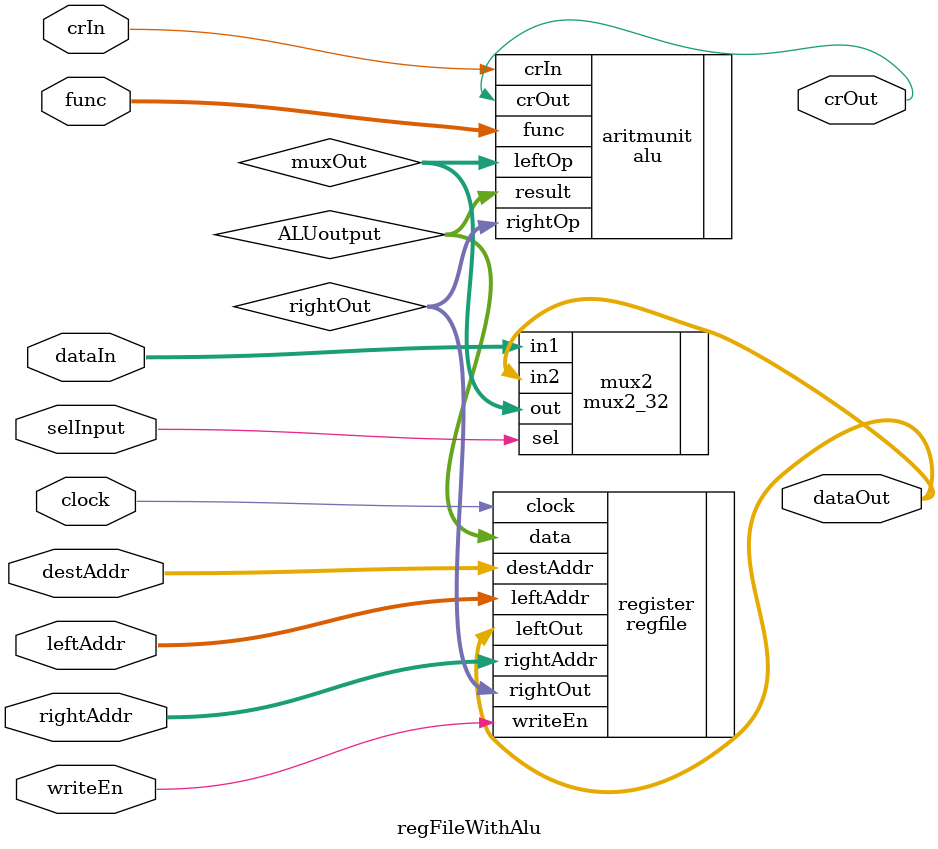
<source format=v>
module regFileWithAlu
      ( input  [31:0] dataIn   , // data input 
        input  [2:0]  func     , // function code for ALU
        input         crIn     , // carry input for arithmetic operations
        input  [3:0]  leftAddr , // selects left operand (leftOp) from register file
        input  [3:0]  rightAddr, // selects right operand (rightOp) from register file
        input  [3:0]  destAddr , // selects destination of result in register file
		  input	       writeEn	 , // write enable in register file
        input         selInput , // selects dataIn as leftOp
        output [31:0] dataOut  , // data output: leftOp from register file
        output        crOut    , // carry output from ALU
        input         clock    );
					
	wire [31:0] ALUoutput,rightOut,muxOut;
	
	regfile register (
							.data(ALUoutput),
							.writeEn(writeEn),
							.destAddr(destAddr),
							.leftAddr(leftAddr),
							.rightAddr(rightAddr),
							.clock(clock),
							.leftOut(dataOut),
							.rightOut(rightOut)
							);
	mux2_32 mux2 (
							.in1(dataIn),
							.in2(dataOut),
							.sel(selInput),
							.out(muxOut)
							);
	alu aritmunit (
						.leftOp(muxOut),
						.rightOp(rightOut),
						.crIn(crIn),
						.crOut(crOut),
						.func(func),
						.result(ALUoutput)
						);
						
endmodule


</source>
